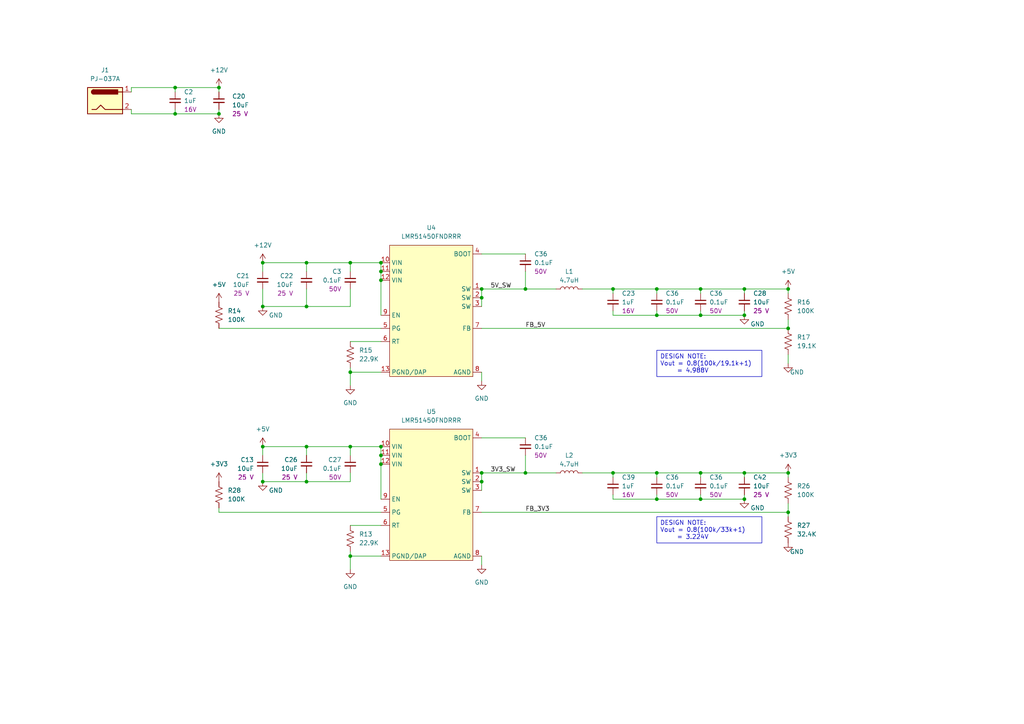
<source format=kicad_sch>
(kicad_sch (version 20230121) (generator eeschema)
  (paper "A4")
  (lib_symbols
    (symbol "Device:L" (pin_numbers hide) (pin_names (offset 1.016) hide)
      (property "Reference" "L" (at -1.27 0 90))
      (property "Value" "L" (at 1.905 0 90))
      (symbol "L_0_1"
        (arc (start 0 -2.54) (mid 0.6323 -1.905) (end 0 -1.27))
        (arc (start 0 -1.27) (mid 0.6323 -0.635) (end 0 0))
        (arc (start 0 0) (mid 0.6323 0.635) (end 0 1.27))
        (arc (start 0 1.27) (mid 0.6323 1.905) (end 0 2.54))
      )
      (symbol "L_1_1"
        (pin passive line (at 0 3.81 270) (length 1.27) (name "1") (number "1"))
        (pin passive line (at 0 -3.81 90) (length 1.27) (name "2") (number "2"))
      )
    )
    (symbol "Rockerrobotics:Capacitors/1276-1034-1-ND" (pin_numbers hide) (pin_names (offset 0.254) hide)
      (property "Reference" "C" (at 0.254 1.778 0))
      (property "Value" "${Capacitance}" (at 0.254 -2.032 0))
      (property "Voltage Rating" "16V" (at 0 0 0))
      (symbol "Capacitors/1276-1034-1-ND_0_1"
        (polyline (pts (xy -1.524 -0.508) (xy 1.524 -0.508)) (stroke (width 0.3302)))
        (polyline (pts (xy -1.524 0.508) (xy 1.524 0.508)) (stroke (width 0.3048)))
      )
      (symbol "Capacitors/1276-1034-1-ND_1_1"
        (pin passive line (at 0 2.54 270) (length 2.032) (name "~") (number "1"))
        (pin passive line (at 0 -2.54 90) (length 2.032) (name "~") (number "2"))
      )
    )
    (symbol "Rockerrobotics:Capacitors/1276-1935-1-ND" (pin_numbers hide) (pin_names (offset 0.254) hide)
      (property "Reference" "C" (at 0.254 1.778 0))
      (property "Value" "${Capacitance}" (at 0.254 -2.032 0))
      (property "Voltage Rating" "50V" (at 0 0 0))
      (symbol "Capacitors/1276-1935-1-ND_0_1"
        (polyline (pts (xy -1.524 -0.508) (xy 1.524 -0.508)) (stroke (width 0.3302)))
        (polyline (pts (xy -1.524 0.508) (xy 1.524 0.508)) (stroke (width 0.3048)))
      )
      (symbol "Capacitors/1276-1935-1-ND_1_1"
        (pin passive line (at 0 2.54 270) (length 2.032) (name "~") (number "1"))
        (pin passive line (at 0 -2.54 90) (length 2.032) (name "~") (number "2"))
      )
    )
    (symbol "Rockerrobotics:Capacitors/1276-3100-1-ND" (pin_numbers hide) (pin_names (offset 0.254) hide)
      (property "Reference" "C" (at 0.254 1.778 0))
      (property "Value" "${Capacitance}" (at 0.254 -2.032 0))
      (property "Voltage Rating" "25 V" (at 0 0 0))
      (symbol "Capacitors/1276-3100-1-ND_0_1"
        (polyline (pts (xy -1.524 -0.508) (xy 1.524 -0.508)) (stroke (width 0.3302)))
        (polyline (pts (xy -1.524 0.508) (xy 1.524 0.508)) (stroke (width 0.3048)))
      )
      (symbol "Capacitors/1276-3100-1-ND_1_1"
        (pin passive line (at 0 2.54 270) (length 2.032) (name "~") (number "1"))
        (pin passive line (at 0 -2.54 90) (length 2.032) (name "~") (number "2"))
      )
    )
    (symbol "Rockerrobotics:Connectors/CP-037A-ND" (pin_names (offset 1.016))
      (property "Reference" "J" (at 0 5.334 0))
      (property "Value" "${MPN}" (at 0 -5.08 0))
      (symbol "Connectors/CP-037A-ND_0_1"
        (rectangle (start -5.08 3.81) (end 5.08 -3.81) (stroke (width 0.254)) (fill (type background)))
        (arc (start -3.302 3.175) (mid -3.9343 2.54) (end -3.302 1.905) (stroke (width 0.254)))
        (arc (start -3.302 3.175) (mid -3.9343 2.54) (end -3.302 1.905) (stroke (width 0.254)) (fill (type outline)))
        (polyline (pts (xy 5.08 2.54) (xy 3.81 2.54)) (stroke (width 0.254)))
        (polyline (pts (xy -3.81 -2.54) (xy -2.54 -2.54) (xy -1.27 -1.27) (xy 0 -2.54) (xy 2.54 -2.54) (xy 5.08 -2.54)) (stroke (width 0.254)))
        (rectangle (start 3.683 3.175) (end -3.302 1.905) (stroke (width 0.254)) (fill (type outline)))
      )
      (symbol "Connectors/CP-037A-ND_1_1"
        (pin passive line (at 7.62 2.54 180) (length 2.54) (name "~") (number "1"))
        (pin passive line (at 7.62 -2.54 180) (length 2.54) (name "~") (number "2"))
      )
    )
    (symbol "Rockerrobotics:Integrated Circuits/296-LMR51450FNDRRRCT-ND"
      (property "Reference" "U" (at 0 0 0))
      (property "Value" "${MPN}" (at 0 0 0))
      (symbol "Integrated Circuits/296-LMR51450FNDRRRCT-ND_1_1"
        (rectangle (start -13.97 17.78) (end 10.16 -20.32) (fill (type background)))
        (pin output line (at 12.7 5.08 180) (length 2.54) (name "SW") (number "1"))
        (pin power_in line (at -16.51 12.7 0) (length 2.54) (name "VIN") (number "10"))
        (pin power_in line (at -16.51 10.16 0) (length 2.54) (name "VIN") (number "11"))
        (pin power_in line (at -16.51 7.62 0) (length 2.54) (name "VIN") (number "12"))
        (pin power_out line (at -16.51 -19.05 0) (length 2.54) (name "PGND/DAP") (number "13"))
        (pin output line (at 12.7 2.54 180) (length 2.54) (name "SW") (number "2"))
        (pin output line (at 12.7 0 180) (length 2.54) (name "SW") (number "3"))
        (pin input line (at 12.7 15.24 180) (length 2.54) (name "BOOT") (number "4"))
        (pin open_collector line (at -16.51 -6.35 0) (length 2.54) (name "PG") (number "5"))
        (pin input line (at -16.51 -10.16 0) (length 2.54) (name "RT") (number "6"))
        (pin input line (at 12.7 -6.35 180) (length 2.54) (name "FB") (number "7"))
        (pin power_out line (at 12.7 -19.05 180) (length 2.54) (name "AGND") (number "8"))
        (pin input line (at -16.51 -2.54 0) (length 2.54) (name "EN") (number "9"))
      )
    )
    (symbol "Rockerrobotics:Resistors/2019-RN73H2ATTD2292B25CT-ND" (pin_numbers hide) (pin_names (offset 0))
      (property "Reference" "R" (at 2.54 0 90))
      (property "Value" "${Resistance}" (at -2.54 0 90))
      (symbol "Resistors/2019-RN73H2ATTD2292B25CT-ND_0_1"
        (polyline (pts (xy 0 -2.286) (xy 0 -2.54)))
        (polyline (pts (xy 0 2.286) (xy 0 2.54)))
        (polyline (pts (xy 0 -0.762) (xy 1.016 -1.143) (xy 0 -1.524) (xy -1.016 -1.905) (xy 0 -2.286)))
        (polyline (pts (xy 0 0.762) (xy 1.016 0.381) (xy 0 0) (xy -1.016 -0.381) (xy 0 -0.762)))
        (polyline (pts (xy 0 2.286) (xy 1.016 1.905) (xy 0 1.524) (xy -1.016 1.143) (xy 0 0.762)))
      )
      (symbol "Resistors/2019-RN73H2ATTD2292B25CT-ND_1_1"
        (pin passive line (at 0 3.81 270) (length 1.27) (name "~") (number "1"))
        (pin passive line (at 0 -3.81 90) (length 1.27) (name "~") (number "2"))
      )
    )
    (symbol "Rockerrobotics:Resistors/311-19.1KCRCT-ND" (pin_numbers hide) (pin_names (offset 0))
      (property "Reference" "R" (at 2.54 0 90))
      (property "Value" "${Resistance}" (at -2.54 0 90))
      (symbol "Resistors/311-19.1KCRCT-ND_0_1"
        (polyline (pts (xy 0 -2.286) (xy 0 -2.54)))
        (polyline (pts (xy 0 2.286) (xy 0 2.54)))
        (polyline (pts (xy 0 -0.762) (xy 1.016 -1.143) (xy 0 -1.524) (xy -1.016 -1.905) (xy 0 -2.286)))
        (polyline (pts (xy 0 0.762) (xy 1.016 0.381) (xy 0 0) (xy -1.016 -0.381) (xy 0 -0.762)))
        (polyline (pts (xy 0 2.286) (xy 1.016 1.905) (xy 0 1.524) (xy -1.016 1.143) (xy 0 0.762)))
      )
      (symbol "Resistors/311-19.1KCRCT-ND_1_1"
        (pin passive line (at 0 3.81 270) (length 1.27) (name "~") (number "1"))
        (pin passive line (at 0 -3.81 90) (length 1.27) (name "~") (number "2"))
      )
    )
    (symbol "Rockerrobotics:Resistors/311-32.4KCRCT-ND" (pin_numbers hide) (pin_names (offset 0))
      (property "Reference" "R" (at 2.54 0 90))
      (property "Value" "${Resistance}" (at -2.54 0 90))
      (symbol "Resistors/311-32.4KCRCT-ND_0_1"
        (polyline (pts (xy 0 -2.286) (xy 0 -2.54)))
        (polyline (pts (xy 0 2.286) (xy 0 2.54)))
        (polyline (pts (xy 0 -0.762) (xy 1.016 -1.143) (xy 0 -1.524) (xy -1.016 -1.905) (xy 0 -2.286)))
        (polyline (pts (xy 0 0.762) (xy 1.016 0.381) (xy 0 0) (xy -1.016 -0.381) (xy 0 -0.762)))
        (polyline (pts (xy 0 2.286) (xy 1.016 1.905) (xy 0 1.524) (xy -1.016 1.143) (xy 0 0.762)))
      )
      (symbol "Resistors/311-32.4KCRCT-ND_1_1"
        (pin passive line (at 0 3.81 270) (length 1.27) (name "~") (number "1"))
        (pin passive line (at 0 -3.81 90) (length 1.27) (name "~") (number "2"))
      )
    )
    (symbol "Rockerrobotics:Resistors/RMCF0805FT100KCT-ND" (pin_numbers hide) (pin_names (offset 0))
      (property "Reference" "R" (at 2.54 0 90))
      (property "Value" "${Resistance}" (at -2.54 0 90))
      (symbol "Resistors/RMCF0805FT100KCT-ND_0_1"
        (polyline (pts (xy 0 -2.286) (xy 0 -2.54)))
        (polyline (pts (xy 0 2.286) (xy 0 2.54)))
        (polyline (pts (xy 0 -0.762) (xy 1.016 -1.143) (xy 0 -1.524) (xy -1.016 -1.905) (xy 0 -2.286)))
        (polyline (pts (xy 0 0.762) (xy 1.016 0.381) (xy 0 0) (xy -1.016 -0.381) (xy 0 -0.762)))
        (polyline (pts (xy 0 2.286) (xy 1.016 1.905) (xy 0 1.524) (xy -1.016 1.143) (xy 0 0.762)))
      )
      (symbol "Resistors/RMCF0805FT100KCT-ND_1_1"
        (pin passive line (at 0 3.81 270) (length 1.27) (name "~") (number "1"))
        (pin passive line (at 0 -3.81 90) (length 1.27) (name "~") (number "2"))
      )
    )
    (symbol "power:+12V" (power) (pin_names (offset 0))
      (property "Value" "+12V" (at 0 3.556 0))
      (symbol "+12V_0_1"
        (polyline (pts (xy -0.762 1.27) (xy 0 2.54)))
        (polyline (pts (xy 0 0) (xy 0 2.54)))
        (polyline (pts (xy 0 2.54) (xy 0.762 1.27)))
      )
      (symbol "+12V_1_1"
        (pin power_in line (at 0 0 90) (length 0) hide (name "+12V") (number "1"))
      )
    )
    (symbol "power:+3V3" (power) (pin_names (offset 0))
      (property "Value" "+3V3" (at 0 3.556 0))
      (symbol "+3V3_0_1"
        (polyline (pts (xy -0.762 1.27) (xy 0 2.54)))
        (polyline (pts (xy 0 0) (xy 0 2.54)))
        (polyline (pts (xy 0 2.54) (xy 0.762 1.27)))
      )
      (symbol "+3V3_1_1"
        (pin power_in line (at 0 0 90) (length 0) hide (name "+3V3") (number "1"))
      )
    )
    (symbol "power:+5V" (power) (pin_names (offset 0))
      (property "Value" "+5V" (at 0 3.556 0))
      (symbol "+5V_0_1"
        (polyline (pts (xy -0.762 1.27) (xy 0 2.54)))
        (polyline (pts (xy 0 0) (xy 0 2.54)))
        (polyline (pts (xy 0 2.54) (xy 0.762 1.27)))
      )
      (symbol "+5V_1_1"
        (pin power_in line (at 0 0 90) (length 0) hide (name "+5V") (number "1"))
      )
    )
    (symbol "power:GND" (power) (pin_names (offset 0))
      (property "Value" "GND" (at 0 -3.81 0))
      (symbol "GND_0_1"
        (polyline (pts (xy 0 0) (xy 0 -1.27) (xy 1.27 -1.27) (xy 0 -2.54) (xy -1.27 -1.27) (xy 0 -1.27)))
      )
      (symbol "GND_1_1"
        (pin power_in line (at 0 0 270) (length 0) hide (name "GND") (number "1"))
      )
    )
  )
  (junction (at 228.6 95.25))
  (junction (at 88.9 88.9))
  (junction (at 139.7 137.16))
  (junction (at 63.5 33.02))
  (junction (at 110.49 129.54))
  (junction (at 50.8 33.02))
  (junction (at 215.9 91.44))
  (junction (at 76.2 76.2))
  (junction (at 203.2 83.82))
  (junction (at 110.49 134.62))
  (junction (at 215.9 144.78))
  (junction (at 190.5 83.82))
  (junction (at 152.4 83.82))
  (junction (at 110.49 76.2))
  (junction (at 139.7 139.7))
  (junction (at 88.9 76.2))
  (junction (at 228.6 137.16))
  (junction (at 110.49 78.74))
  (junction (at 177.8 83.82))
  (junction (at 139.7 86.36))
  (junction (at 101.6 107.95))
  (junction (at 88.9 139.7))
  (junction (at 110.49 81.28))
  (junction (at 228.6 83.82))
  (junction (at 190.5 144.78))
  (junction (at 76.2 139.7))
  (junction (at 76.2 129.54))
  (junction (at 215.9 137.16))
  (junction (at 203.2 91.44))
  (junction (at 50.8 25.4))
  (junction (at 110.49 132.08))
  (junction (at 190.5 91.44))
  (junction (at 152.4 137.16))
  (junction (at 215.9 83.82))
  (junction (at 139.7 83.82))
  (junction (at 203.2 144.78))
  (junction (at 76.2 88.9))
  (junction (at 88.9 129.54))
  (junction (at 177.8 137.16))
  (junction (at 228.6 148.59))
  (junction (at 63.5 25.4))
  (junction (at 101.6 129.54))
  (junction (at 101.6 76.2))
  (junction (at 101.6 161.29))
  (junction (at 190.5 137.16))
  (junction (at 203.2 137.16))
  (wire (pts (xy 177.8 91.44) (xy 190.5 91.44)))
  (wire (pts (xy 139.7 95.25) (xy 228.6 95.25)))
  (wire (pts (xy 101.6 76.2) (xy 110.49 76.2)))
  (wire (pts (xy 139.7 127) (xy 152.4 127)))
  (wire (pts (xy 101.6 161.29) (xy 101.6 165.1)))
  (wire (pts (xy 215.9 83.82) (xy 228.6 83.82)))
  (wire (pts (xy 88.9 129.54) (xy 88.9 132.08)))
  (wire (pts (xy 177.8 144.78) (xy 177.8 143.51)))
  (wire (pts (xy 101.6 88.9) (xy 88.9 88.9)))
  (wire (pts (xy 38.1 33.02) (xy 50.8 33.02)))
  (wire (pts (xy 228.6 148.59) (xy 228.6 149.86)))
  (wire (pts (xy 152.4 83.82) (xy 161.29 83.82)))
  (wire (pts (xy 190.5 137.16) (xy 203.2 137.16)))
  (wire (pts (xy 101.6 106.68) (xy 101.6 107.95)))
  (wire (pts (xy 203.2 137.16) (xy 215.9 137.16)))
  (wire (pts (xy 76.2 129.54) (xy 76.2 132.08)))
  (wire (pts (xy 168.91 137.16) (xy 177.8 137.16)))
  (wire (pts (xy 203.2 91.44) (xy 215.9 91.44)))
  (wire (pts (xy 101.6 139.7) (xy 88.9 139.7)))
  (wire (pts (xy 152.4 137.16) (xy 161.29 137.16)))
  (wire (pts (xy 215.9 91.44) (xy 215.9 90.17)))
  (wire (pts (xy 50.8 33.02) (xy 63.5 33.02)))
  (wire (pts (xy 110.49 144.78) (xy 110.49 134.62)))
  (wire (pts (xy 101.6 83.82) (xy 101.6 88.9)))
  (wire (pts (xy 139.7 161.29) (xy 139.7 163.83)))
  (wire (pts (xy 110.49 78.74) (xy 110.49 76.2)))
  (wire (pts (xy 203.2 91.44) (xy 203.2 90.17)))
  (wire (pts (xy 177.8 85.09) (xy 177.8 83.82)))
  (wire (pts (xy 63.5 25.4) (xy 63.5 26.67)))
  (wire (pts (xy 76.2 78.74) (xy 76.2 76.2)))
  (wire (pts (xy 50.8 25.4) (xy 63.5 25.4)))
  (wire (pts (xy 139.7 137.16) (xy 139.7 139.7)))
  (wire (pts (xy 139.7 107.95) (xy 139.7 110.49)))
  (wire (pts (xy 110.49 91.44) (xy 110.49 81.28)))
  (wire (pts (xy 190.5 138.43) (xy 190.5 137.16)))
  (wire (pts (xy 190.5 83.82) (xy 203.2 83.82)))
  (wire (pts (xy 228.6 146.05) (xy 228.6 148.59)))
  (wire (pts (xy 110.49 134.62) (xy 110.49 132.08)))
  (wire (pts (xy 50.8 33.02) (xy 50.8 31.75)))
  (wire (pts (xy 139.7 83.82) (xy 139.7 86.36)))
  (wire (pts (xy 215.9 144.78) (xy 215.9 143.51)))
  (wire (pts (xy 88.9 137.16) (xy 88.9 139.7)))
  (wire (pts (xy 88.9 129.54) (xy 101.6 129.54)))
  (wire (pts (xy 177.8 83.82) (xy 190.5 83.82)))
  (wire (pts (xy 215.9 138.43) (xy 215.9 137.16)))
  (wire (pts (xy 177.8 137.16) (xy 190.5 137.16)))
  (wire (pts (xy 38.1 33.02) (xy 38.1 31.75)))
  (wire (pts (xy 190.5 144.78) (xy 203.2 144.78)))
  (wire (pts (xy 228.6 102.87) (xy 228.6 105.41)))
  (wire (pts (xy 76.2 76.2) (xy 88.9 76.2)))
  (wire (pts (xy 38.1 25.4) (xy 50.8 25.4)))
  (wire (pts (xy 190.5 85.09) (xy 190.5 83.82)))
  (wire (pts (xy 101.6 76.2) (xy 101.6 78.74)))
  (wire (pts (xy 190.5 144.78) (xy 190.5 143.51)))
  (wire (pts (xy 76.2 83.82) (xy 76.2 88.9)))
  (wire (pts (xy 215.9 85.09) (xy 215.9 83.82)))
  (wire (pts (xy 63.5 33.02) (xy 63.5 31.75)))
  (wire (pts (xy 110.49 132.08) (xy 110.49 129.54)))
  (wire (pts (xy 110.49 161.29) (xy 101.6 161.29)))
  (wire (pts (xy 88.9 83.82) (xy 88.9 88.9)))
  (wire (pts (xy 76.2 129.54) (xy 88.9 129.54)))
  (wire (pts (xy 101.6 152.4) (xy 110.49 152.4)))
  (wire (pts (xy 203.2 144.78) (xy 215.9 144.78)))
  (wire (pts (xy 101.6 107.95) (xy 101.6 111.76)))
  (wire (pts (xy 190.5 91.44) (xy 190.5 90.17)))
  (wire (pts (xy 101.6 129.54) (xy 110.49 129.54)))
  (wire (pts (xy 168.91 83.82) (xy 177.8 83.82)))
  (wire (pts (xy 228.6 92.71) (xy 228.6 95.25)))
  (wire (pts (xy 88.9 76.2) (xy 101.6 76.2)))
  (wire (pts (xy 228.6 83.82) (xy 228.6 85.09)))
  (wire (pts (xy 139.7 137.16) (xy 152.4 137.16)))
  (wire (pts (xy 228.6 137.16) (xy 228.6 138.43)))
  (wire (pts (xy 203.2 83.82) (xy 215.9 83.82)))
  (wire (pts (xy 152.4 78.74) (xy 152.4 83.82)))
  (wire (pts (xy 110.49 95.25) (xy 63.5 95.25)))
  (wire (pts (xy 88.9 88.9) (xy 76.2 88.9)))
  (wire (pts (xy 101.6 160.02) (xy 101.6 161.29)))
  (wire (pts (xy 203.2 138.43) (xy 203.2 137.16)))
  (wire (pts (xy 101.6 129.54) (xy 101.6 132.08)))
  (wire (pts (xy 152.4 132.08) (xy 152.4 137.16)))
  (wire (pts (xy 76.2 137.16) (xy 76.2 139.7)))
  (wire (pts (xy 38.1 25.4) (xy 38.1 26.67)))
  (wire (pts (xy 110.49 107.95) (xy 101.6 107.95)))
  (wire (pts (xy 177.8 91.44) (xy 177.8 90.17)))
  (wire (pts (xy 215.9 137.16) (xy 228.6 137.16)))
  (wire (pts (xy 203.2 144.78) (xy 203.2 143.51)))
  (wire (pts (xy 101.6 137.16) (xy 101.6 139.7)))
  (wire (pts (xy 76.2 139.7) (xy 88.9 139.7)))
  (wire (pts (xy 203.2 85.09) (xy 203.2 83.82)))
  (wire (pts (xy 139.7 139.7) (xy 139.7 142.24)))
  (wire (pts (xy 139.7 148.59) (xy 228.6 148.59)))
  (wire (pts (xy 190.5 91.44) (xy 203.2 91.44)))
  (wire (pts (xy 110.49 148.59) (xy 63.5 148.59)))
  (wire (pts (xy 139.7 83.82) (xy 152.4 83.82)))
  (wire (pts (xy 110.49 81.28) (xy 110.49 78.74)))
  (wire (pts (xy 139.7 73.66) (xy 152.4 73.66)))
  (wire (pts (xy 139.7 86.36) (xy 139.7 88.9)))
  (wire (pts (xy 88.9 76.2) (xy 88.9 78.74)))
  (wire (pts (xy 50.8 25.4) (xy 50.8 26.67)))
  (wire (pts (xy 101.6 99.06) (xy 110.49 99.06)))
  (wire (pts (xy 177.8 138.43) (xy 177.8 137.16)))
  (wire (pts (xy 63.5 148.59) (xy 63.5 147.32)))
  (wire (pts (xy 177.8 144.78) (xy 190.5 144.78)))
  (text_box "DESIGN NOTE:\nVout = 0.8(100k/33k+1)\n     = 3.224V" (at 190.5 149.86 0) (size 30.48 7.62) (effects (font (size 1.27 1.27)) (justify left top)))
  (text_box "DESIGN NOTE:\nVout = 0.8(100k/19.1k+1)\n     = 4.988V" (at 190.5 101.6 0) (size 30.48 7.62) (effects (font (size 1.27 1.27)) (justify left top)))
  (label "FB_5V" (at 152.4 95.25 0))
  (label "5V_SW" (at 142.24 83.82 0))
  (label "3V3_SW" (at 142.24 137.16 0))
  (label "FB_3V3" (at 152.4 148.59 0))
  (symbol (lib_id "Rockerrobotics:Capacitors/1276-1034-1-ND") (at 177.8 140.97 0) (unit 1)
    (property "Reference" "C39" (at 180.34 138.4363 0) (effects (justify left)))
    (property "Value" "${Capacitance}" (at 180.34 140.9763 0) (effects (justify left)))
    (property "Footprint" "Capacitor_SMD:C_0603_1608Metric_Pad1.08x0.95mm_HandSolder" (effects hide))
    (property "Datasheet" "https://media.digikey.com/pdf/Data%20Sheets/Samsung%20PDFs/CL10A105KO8NNNC_Spec.pdf" (effects hide))
    (property "Manufacturer" "Samsung Electro-Mechanics" (effects hide))
    (property "MPN" "CL10A105KO8NNNC" (effects hide))
    (property "Dielectric" "X5R" (effects hide))
    (property "Voltage Rating" "16V" (at 180.34 143.5163 0) (effects (justify left)))
    (property "Capacitance" "1uF" (effects hide))
    (property "Tolerance" "10" (effects hide))
  )
  (symbol (lib_id "Rockerrobotics:Capacitors/1276-1935-1-ND") (at 101.6 81.28 0) (mirror y) (unit 1)
    (property "Reference" "C3" (at 99.06 78.7463 0) (effects (justify left)))
    (property "Value" "${Capacitance}" (at 99.06 81.2863 0) (effects (justify left)))
    (property "Footprint" "Capacitor_SMD:C_0603_1608Metric_Pad1.08x0.95mm_HandSolder" (effects hide))
    (property "Datasheet" "https://media.digikey.com/pdf/Data%20Sheets/Samsung%20PDFs/CL10B104KB8NNWC_Spec.pdf" (effects hide))
    (property "Manufacturer" "Samsung Electro-Mechanics" (effects hide))
    (property "MPN" "CL10B104KB8NNWC" (effects hide))
    (property "Dielectric" "X7R" (effects hide))
    (property "Voltage Rating" "50V" (at 99.06 83.8263 0) (effects (justify left)))
    (property "Capacitance" "0.1uF" (effects hide))
  )
  (symbol (lib_id "Rockerrobotics:Capacitors/1276-3100-1-ND") (at 76.2 134.62 0) (mirror y) (unit 1)
    (property "Reference" "C13" (at 73.66 133.35 0) (effects (justify left)))
    (property "Value" "${Capacitance}" (at 73.66 135.89 0) (effects (justify left)))
    (property "Footprint" "Capacitor_SMD:C_1206_3216Metric_Pad1.33x1.80mm_HandSolder" (effects hide))
    (property "Datasheet" "https://media.digikey.com/pdf/Data%20Sheets/Samsung%20PDFs/CL31B106KAHNFNE_Spec.pdf" (effects hide))
    (property "Manufacturer" "Samsung Electro-Mechanics" (effects hide))
    (property "MPN" "CL31B106KAHNFNE" (effects hide))
    (property "Dielectric" "X7R" (effects hide))
    (property "Voltage Rating" "25 V" (at 73.66 138.43 0) (effects (justify left)))
    (property "Capacitance" "10uF" (effects hide))
  )
  (symbol (lib_id "Rockerrobotics:Capacitors/1276-3100-1-ND") (at 88.9 134.62 0) (mirror y) (unit 1)
    (property "Reference" "C26" (at 86.36 133.35 0) (effects (justify left)))
    (property "Value" "${Capacitance}" (at 86.36 135.89 0) (effects (justify left)))
    (property "Footprint" "Capacitor_SMD:C_1206_3216Metric_Pad1.33x1.80mm_HandSolder" (effects hide))
    (property "Datasheet" "https://media.digikey.com/pdf/Data%20Sheets/Samsung%20PDFs/CL31B106KAHNFNE_Spec.pdf" (effects hide))
    (property "Manufacturer" "Samsung Electro-Mechanics" (effects hide))
    (property "MPN" "CL31B106KAHNFNE" (effects hide))
    (property "Dielectric" "X7R" (effects hide))
    (property "Voltage Rating" "25 V" (at 86.36 138.43 0) (effects (justify left)))
    (property "Capacitance" "10uF" (effects hide))
  )
  (symbol (lib_id "Rockerrobotics:Connectors/CP-037A-ND") (at 30.48 29.21 0) (unit 1)
    (property "Reference" "J1" (at 30.48 20.32 0))
    (property "Value" "${MPN}" (at 30.48 22.86 0))
    (property "Footprint" "Connector_PinHeader_2.54mm:PinHeader_1x02_P2.54mm_Vertical" (effects hide))
    (property "Datasheet" "https://www.cuidevices.com/product/resource/pj-037a.pdf" (effects hide))
    (property "Manufacturer" "CUI Devices" (effects hide))
    (property "MPN" "PJ-037A" (effects hide))
    (property "Connections" "2" (effects hide))
    (property "Max Current" "2.5A" (effects hide))
    (property "Max Voltage" "24 V" (effects hide))
    (property "Pitch" "-" (effects hide))
  )
  (symbol (lib_id "Device:L") (at 165.1 137.16 90) (unit 1)
    (property "Reference" "L2" (at 165.1 132.08 90))
    (property "Value" "4.7uH" (at 165.1 134.62 90))
    (property "Footprint" "Inductor_SMD:L_Abracon_ASPI-0630LR" (effects hide))
  )
  (symbol (lib_id "Rockerrobotics:Resistors/2019-RN73H2ATTD2292B25CT-ND") (at 101.6 156.21 0) (unit 1)
    (property "Reference" "R13" (at 104.14 154.94 0) (effects (justify left)))
    (property "Value" "${Resistance}" (at 104.14 157.48 0) (effects (justify left)))
    (property "Footprint" "Resistor_SMD:R_0805_2012Metric_Pad1.20x1.40mm_HandSolder" (effects hide))
    (property "Datasheet" "https://www.koaspeer.com/pdfs/RN73H.pdf" (effects hide))
    (property "Manufacturer" "KOA Speer Electronics, Inc." (effects hide))
    (property "MPN" "RN73H2ATTD2292B25" (effects hide))
    (property "Resistance" "22.9K" (effects hide))
    (property "Tolerance" "1%" (effects hide))
    (property "Power Rating" "1/8W" (effects hide))
  )
  (symbol (lib_id "power:+5V") (at 228.6 83.82 0) (unit 1)
    (property "Reference" "#PWR036" (effects hide))
    (property "Value" "+5V" (at 228.6 78.74 0))
  )
  (symbol (lib_id "power:+3V3") (at 63.5 139.7 0) (unit 1)
    (property "Reference" "#PWR014" (effects hide))
    (property "Value" "+3V3" (at 63.5 134.5692 0))
    (instances (project "KiVM" (path "" (reference "#PWR014") (unit 1)) (path "" (reference "#PWR056") (unit 1))))
  )
  (symbol (lib_id "Rockerrobotics:Resistors/RMCF0805FT100KCT-ND") (at 228.6 142.24 0) (unit 1)
    (property "Reference" "R26" (at 231.14 140.97 0) (effects (justify left)))
    (property "Value" "${Resistance}" (at 231.14 143.51 0) (effects (justify left)))
    (property "Footprint" "Resistor_SMD:R_0805_2012Metric_Pad1.20x1.40mm_HandSolder" (effects hide))
    (property "Datasheet" "https://www.seielect.com/Catalog/SEI-RMCF_RMCP.pdf" (effects hide))
    (property "Manufacturer" "Stackpole Electronics Inc" (effects hide))
    (property "MPN" "RMCF0805FT100K" (effects hide))
    (property "Resistance" "100K" (effects hide))
    (property "Tolerance" "1%" (effects hide))
    (property "Power Rating" "1/8W" (effects hide))
  )
  (symbol (lib_id "power:+12V") (at 63.5 25.4 0) (unit 1)
    (property "Reference" "#PWR030" (effects hide))
    (property "Value" "+12V" (at 63.5 20.32 0))
  )
  (symbol (lib_id "Rockerrobotics:Resistors/RMCF0805FT100KCT-ND") (at 228.6 88.9 0) (unit 1)
    (property "Reference" "R16" (at 231.14 87.63 0) (effects (justify left)))
    (property "Value" "${Resistance}" (at 231.14 90.17 0) (effects (justify left)))
    (property "Footprint" "Resistor_SMD:R_0805_2012Metric_Pad1.20x1.40mm_HandSolder" (effects hide))
    (property "Datasheet" "https://www.seielect.com/Catalog/SEI-RMCF_RMCP.pdf" (effects hide))
    (property "Manufacturer" "Stackpole Electronics Inc" (effects hide))
    (property "MPN" "RMCF0805FT100K" (effects hide))
    (property "Resistance" "100K" (effects hide))
    (property "Tolerance" "1%" (effects hide))
    (property "Power Rating" "1/8W" (effects hide))
  )
  (symbol (lib_id "power:GND") (at 76.2 88.9 0) (unit 1)
    (property "Reference" "#PWR033" (effects hide))
    (property "Value" "GND" (at 80.01 91.44 0))
  )
  (symbol (lib_id "Rockerrobotics:Capacitors/1276-1034-1-ND") (at 50.8 29.21 0) (unit 1)
    (property "Reference" "C2" (at 53.34 26.6763 0) (effects (justify left)))
    (property "Value" "${Capacitance}" (at 53.34 29.2163 0) (effects (justify left)))
    (property "Footprint" "Capacitor_SMD:C_0603_1608Metric_Pad1.08x0.95mm_HandSolder" (effects hide))
    (property "Datasheet" "https://media.digikey.com/pdf/Data%20Sheets/Samsung%20PDFs/CL10A105KO8NNNC_Spec.pdf" (effects hide))
    (property "Manufacturer" "Samsung Electro-Mechanics" (effects hide))
    (property "MPN" "CL10A105KO8NNNC" (effects hide))
    (property "Dielectric" "X5R" (effects hide))
    (property "Voltage Rating" "16V" (at 53.34 31.7563 0) (effects (justify left)))
    (property "Capacitance" "1uF" (effects hide))
    (property "Tolerance" "10" (effects hide))
  )
  (symbol (lib_id "power:GND") (at 76.2 139.7 0) (unit 1)
    (property "Reference" "#PWR050" (effects hide))
    (property "Value" "GND" (at 80.01 142.24 0))
  )
  (symbol (lib_id "Rockerrobotics:Capacitors/1276-3100-1-ND") (at 215.9 140.97 0) (unit 1)
    (property "Reference" "C42" (at 218.44 138.43 0) (effects (justify left)))
    (property "Value" "${Capacitance}" (at 218.44 140.97 0) (effects (justify left)))
    (property "Footprint" "Capacitor_SMD:C_1206_3216Metric_Pad1.33x1.80mm_HandSolder" (effects hide))
    (property "Datasheet" "https://media.digikey.com/pdf/Data%20Sheets/Samsung%20PDFs/CL31B106KAHNFNE_Spec.pdf" (effects hide))
    (property "Manufacturer" "Samsung Electro-Mechanics" (effects hide))
    (property "MPN" "CL31B106KAHNFNE" (effects hide))
    (property "Dielectric" "X7R" (effects hide))
    (property "Voltage Rating" "25 V" (at 218.44 143.51 0) (effects (justify left)))
    (property "Capacitance" "10uF" (effects hide))
  )
  (symbol (lib_id "Rockerrobotics:Resistors/RMCF0805FT100KCT-ND") (at 63.5 91.44 0) (unit 1)
    (property "Reference" "R14" (at 66.04 90.17 0) (effects (justify left)))
    (property "Value" "${Resistance}" (at 66.04 92.71 0) (effects (justify left)))
    (property "Footprint" "Resistor_SMD:R_0805_2012Metric_Pad1.20x1.40mm_HandSolder" (effects hide))
    (property "Datasheet" "https://www.seielect.com/Catalog/SEI-RMCF_RMCP.pdf" (effects hide))
    (property "Manufacturer" "Stackpole Electronics Inc" (effects hide))
    (property "MPN" "RMCF0805FT100K" (effects hide))
    (property "Resistance" "100K" (effects hide))
    (property "Tolerance" "1%" (effects hide))
    (property "Power Rating" "1/8W" (effects hide))
  )
  (symbol (lib_id "Rockerrobotics:Resistors/RMCF0805FT100KCT-ND") (at 63.5 143.51 0) (unit 1)
    (property "Reference" "R28" (at 66.04 142.24 0) (effects (justify left)))
    (property "Value" "${Resistance}" (at 66.04 144.78 0) (effects (justify left)))
    (property "Footprint" "Resistor_SMD:R_0805_2012Metric_Pad1.20x1.40mm_HandSolder" (effects hide))
    (property "Datasheet" "https://www.seielect.com/Catalog/SEI-RMCF_RMCP.pdf" (effects hide))
    (property "Manufacturer" "Stackpole Electronics Inc" (effects hide))
    (property "MPN" "RMCF0805FT100K" (effects hide))
    (property "Resistance" "100K" (effects hide))
    (property "Tolerance" "1%" (effects hide))
    (property "Power Rating" "1/8W" (effects hide))
  )
  (symbol (lib_id "Rockerrobotics:Integrated Circuits/296-LMR51450FNDRRRCT-ND") (at 127 142.24 0) (unit 1)
    (property "Reference" "U5" (at 125.095 119.38 0))
    (property "Value" "${MPN}" (at 125.095 121.92 0))
    (property "Footprint" "Rockerrobotics:TI_DFN12_P0.5" (effects hide))
    (property "Datasheet" "https://www.ti.com/lit/ds/symlink/lmr51440.pdf" (effects hide))
    (property "Manufacturer" "Texas Instruments" (effects hide))
    (property "MPN" "LMR51450FNDRRR" (effects hide))
  )
  (symbol (lib_id "power:+5V") (at 63.5 87.63 0) (unit 1)
    (property "Reference" "#PWR029" (effects hide))
    (property "Value" "+5V" (at 63.5 82.55 0))
  )
  (symbol (lib_id "Rockerrobotics:Capacitors/1276-3100-1-ND") (at 88.9 81.28 0) (mirror y) (unit 1)
    (property "Reference" "C22" (at 85.09 80.01 0) (effects (justify left)))
    (property "Value" "${Capacitance}" (at 85.09 82.55 0) (effects (justify left)))
    (property "Footprint" "Capacitor_SMD:C_1206_3216Metric_Pad1.33x1.80mm_HandSolder" (effects hide))
    (property "Datasheet" "https://media.digikey.com/pdf/Data%20Sheets/Samsung%20PDFs/CL31B106KAHNFNE_Spec.pdf" (effects hide))
    (property "Manufacturer" "Samsung Electro-Mechanics" (effects hide))
    (property "MPN" "CL31B106KAHNFNE" (effects hide))
    (property "Dielectric" "X7R" (effects hide))
    (property "Voltage Rating" "25 V" (at 85.09 85.09 0) (effects (justify left)))
    (property "Capacitance" "10uF" (effects hide))
  )
  (symbol (lib_id "Rockerrobotics:Resistors/311-32.4KCRCT-ND") (at 228.6 153.67 0) (unit 1)
    (property "Reference" "R27" (at 231.14 152.4 0) (effects (justify left)))
    (property "Value" "${Resistance}" (at 231.14 154.94 0) (effects (justify left)))
    (property "Footprint" "Resistor_SMD:R_0805_2012Metric_Pad1.20x1.40mm_HandSolder" (effects hide))
    (property "Datasheet" "https://www.yageo.com/upload/media/product/productsearch/datasheet/rchip/PYu-RC_Group_51_RoHS_L_12.pdf" (effects hide))
    (property "Manufacturer" "YAGEO" (effects hide))
    (property "MPN" "RC0805FR-0732K4L" (effects hide))
    (property "Resistance" "32.4K" (effects hide))
    (property "Tolerance" "1%" (effects hide))
    (property "Power Rating" "1/8W" (effects hide))
  )
  (symbol (lib_id "power:GND") (at 101.6 165.1 0) (unit 1)
    (property "Reference" "#PWR051" (effects hide))
    (property "Value" "GND" (at 101.6 170.18 0))
  )
  (symbol (lib_id "Rockerrobotics:Capacitors/1276-3100-1-ND") (at 76.2 81.28 0) (mirror y) (unit 1)
    (property "Reference" "C21" (at 72.39 80.01 0) (effects (justify left)))
    (property "Value" "${Capacitance}" (at 72.39 82.55 0) (effects (justify left)))
    (property "Footprint" "Capacitor_SMD:C_1206_3216Metric_Pad1.33x1.80mm_HandSolder" (effects hide))
    (property "Datasheet" "https://media.digikey.com/pdf/Data%20Sheets/Samsung%20PDFs/CL31B106KAHNFNE_Spec.pdf" (effects hide))
    (property "Manufacturer" "Samsung Electro-Mechanics" (effects hide))
    (property "MPN" "CL31B106KAHNFNE" (effects hide))
    (property "Dielectric" "X7R" (effects hide))
    (property "Voltage Rating" "25 V" (at 72.39 85.09 0) (effects (justify left)))
    (property "Capacitance" "10uF" (effects hide))
  )
  (symbol (lib_id "Device:L") (at 165.1 83.82 90) (unit 1)
    (property "Reference" "L1" (at 165.1 78.74 90))
    (property "Value" "4.7uH" (at 165.1 81.28 90))
    (property "Footprint" "Inductor_SMD:L_Abracon_ASPI-0630LR" (effects hide))
  )
  (symbol (lib_id "power:+3V3") (at 228.6 137.16 0) (unit 1)
    (property "Reference" "#PWR014" (effects hide))
    (property "Value" "+3V3" (at 228.6 132.0292 0))
    (instances (project "KiVM" (path "" (reference "#PWR014") (unit 1)) (path "" (reference "#PWR054") (unit 1))))
  )
  (symbol (lib_id "power:GND") (at 139.7 110.49 0) (unit 1)
    (property "Reference" "#PWR035" (effects hide))
    (property "Value" "GND" (at 139.7 115.57 0))
  )
  (symbol (lib_id "Rockerrobotics:Resistors/2019-RN73H2ATTD2292B25CT-ND") (at 101.6 102.87 0) (unit 1)
    (property "Reference" "R15" (at 104.14 101.6 0) (effects (justify left)))
    (property "Value" "${Resistance}" (at 104.14 104.14 0) (effects (justify left)))
    (property "Footprint" "Resistor_SMD:R_0805_2012Metric_Pad1.20x1.40mm_HandSolder" (effects hide))
    (property "Datasheet" "https://www.koaspeer.com/pdfs/RN73H.pdf" (effects hide))
    (property "Manufacturer" "KOA Speer Electronics, Inc." (effects hide))
    (property "MPN" "RN73H2ATTD2292B25" (effects hide))
    (property "Resistance" "22.9K" (effects hide))
    (property "Tolerance" "1%" (effects hide))
    (property "Power Rating" "1/8W" (effects hide))
  )
  (symbol (lib_id "power:+12V") (at 76.2 76.2 0) (unit 1)
    (property "Reference" "#PWR032" (effects hide))
    (property "Value" "+12V" (at 76.2 71.12 0))
  )
  (symbol (lib_id "Rockerrobotics:Capacitors/1276-1935-1-ND") (at 101.6 134.62 0) (mirror y) (unit 1)
    (property "Reference" "C27" (at 99.06 133.35 0) (effects (justify left)))
    (property "Value" "${Capacitance}" (at 99.06 135.89 0) (effects (justify left)))
    (property "Footprint" "Capacitor_SMD:C_0603_1608Metric_Pad1.08x0.95mm_HandSolder" (effects hide))
    (property "Datasheet" "https://media.digikey.com/pdf/Data%20Sheets/Samsung%20PDFs/CL10B104KB8NNWC_Spec.pdf" (effects hide))
    (property "Manufacturer" "Samsung Electro-Mechanics" (effects hide))
    (property "MPN" "CL10B104KB8NNWC" (effects hide))
    (property "Dielectric" "X7R" (effects hide))
    (property "Voltage Rating" "50V" (at 99.06 138.43 0) (effects (justify left)))
    (property "Capacitance" "0.1uF" (effects hide))
  )
  (symbol (lib_id "Rockerrobotics:Capacitors/1276-1935-1-ND") (at 190.5 87.63 0) (unit 1)
    (property "Reference" "C36" (at 193.04 85.0963 0) (effects (justify left)))
    (property "Value" "${Capacitance}" (at 193.04 87.6363 0) (effects (justify left)))
    (property "Footprint" "Capacitor_SMD:C_0603_1608Metric_Pad1.08x0.95mm_HandSolder" (effects hide))
    (property "Datasheet" "https://media.digikey.com/pdf/Data%20Sheets/Samsung%20PDFs/CL10B104KB8NNWC_Spec.pdf" (effects hide))
    (property "Manufacturer" "Samsung Electro-Mechanics" (effects hide))
    (property "MPN" "CL10B104KB8NNWC" (effects hide))
    (property "Dielectric" "X7R" (effects hide))
    (property "Voltage Rating" "50V" (at 193.04 90.1763 0) (effects (justify left)))
    (property "Capacitance" "0.1uF" (effects hide))
    (instances (project "KiVM" (path "" (reference "C36") (unit 1)) (path "" (reference "C4") (unit 1))))
  )
  (symbol (lib_id "Rockerrobotics:Capacitors/1276-1935-1-ND") (at 190.5 140.97 0) (unit 1)
    (property "Reference" "C36" (at 193.04 138.4363 0) (effects (justify left)))
    (property "Value" "${Capacitance}" (at 193.04 140.9763 0) (effects (justify left)))
    (property "Footprint" "Capacitor_SMD:C_0603_1608Metric_Pad1.08x0.95mm_HandSolder" (effects hide))
    (property "Datasheet" "https://media.digikey.com/pdf/Data%20Sheets/Samsung%20PDFs/CL10B104KB8NNWC_Spec.pdf" (effects hide))
    (property "Manufacturer" "Samsung Electro-Mechanics" (effects hide))
    (property "MPN" "CL10B104KB8NNWC" (effects hide))
    (property "Dielectric" "X7R" (effects hide))
    (property "Voltage Rating" "50V" (at 193.04 143.5163 0) (effects (justify left)))
    (property "Capacitance" "0.1uF" (effects hide))
    (instances (project "KiVM" (path "" (reference "C36") (unit 1)) (path "" (reference "C40") (unit 1))))
  )
  (symbol (lib_id "power:GND") (at 139.7 163.83 0) (unit 1)
    (property "Reference" "#PWR052" (effects hide))
    (property "Value" "GND" (at 139.7 168.91 0))
  )
  (symbol (lib_id "power:GND") (at 63.5 33.02 0) (unit 1)
    (property "Reference" "#PWR031" (effects hide))
    (property "Value" "GND" (at 63.5 38.1 0))
  )
  (symbol (lib_id "Rockerrobotics:Capacitors/1276-1935-1-ND") (at 203.2 140.97 0) (unit 1)
    (property "Reference" "C36" (at 205.74 138.4363 0) (effects (justify left)))
    (property "Value" "${Capacitance}" (at 205.74 140.9763 0) (effects (justify left)))
    (property "Footprint" "Capacitor_SMD:C_0603_1608Metric_Pad1.08x0.95mm_HandSolder" (effects hide))
    (property "Datasheet" "https://media.digikey.com/pdf/Data%20Sheets/Samsung%20PDFs/CL10B104KB8NNWC_Spec.pdf" (effects hide))
    (property "Manufacturer" "Samsung Electro-Mechanics" (effects hide))
    (property "MPN" "CL10B104KB8NNWC" (effects hide))
    (property "Dielectric" "X7R" (effects hide))
    (property "Voltage Rating" "50V" (at 205.74 143.5163 0) (effects (justify left)))
    (property "Capacitance" "0.1uF" (effects hide))
    (instances (project "KiVM" (path "" (reference "C36") (unit 1)) (path "" (reference "C41") (unit 1))))
  )
  (symbol (lib_id "power:GND") (at 228.6 157.48 0) (unit 1)
    (property "Reference" "#PWR055" (effects hide))
    (property "Value" "GND" (at 231.14 160.02 0))
  )
  (symbol (lib_id "Rockerrobotics:Capacitors/1276-3100-1-ND") (at 215.9 87.63 0) (unit 1)
    (property "Reference" "C28" (at 218.44 85.09 0) (effects (justify left)))
    (property "Value" "${Capacitance}" (at 218.44 87.63 0) (effects (justify left)))
    (property "Footprint" "Capacitor_SMD:C_1206_3216Metric_Pad1.33x1.80mm_HandSolder" (effects hide))
    (property "Datasheet" "https://media.digikey.com/pdf/Data%20Sheets/Samsung%20PDFs/CL31B106KAHNFNE_Spec.pdf" (effects hide))
    (property "Manufacturer" "Samsung Electro-Mechanics" (effects hide))
    (property "MPN" "CL31B106KAHNFNE" (effects hide))
    (property "Dielectric" "X7R" (effects hide))
    (property "Voltage Rating" "25 V" (at 218.44 90.17 0) (effects (justify left)))
    (property "Capacitance" "10uF" (effects hide))
  )
  (symbol (lib_id "Rockerrobotics:Capacitors/1276-3100-1-ND") (at 63.5 29.21 0) (unit 1)
    (property "Reference" "C20" (at 67.31 27.94 0) (effects (justify left)))
    (property "Value" "${Capacitance}" (at 67.31 30.48 0) (effects (justify left)))
    (property "Footprint" "Capacitor_SMD:C_1206_3216Metric_Pad1.33x1.80mm_HandSolder" (effects hide))
    (property "Datasheet" "https://media.digikey.com/pdf/Data%20Sheets/Samsung%20PDFs/CL31B106KAHNFNE_Spec.pdf" (effects hide))
    (property "Manufacturer" "Samsung Electro-Mechanics" (effects hide))
    (property "MPN" "CL31B106KAHNFNE" (effects hide))
    (property "Dielectric" "X7R" (effects hide))
    (property "Voltage Rating" "25 V" (at 67.31 33.02 0) (effects (justify left)))
    (property "Capacitance" "10uF" (effects hide))
  )
  (symbol (lib_id "Rockerrobotics:Resistors/311-19.1KCRCT-ND") (at 228.6 99.06 0) (unit 1)
    (property "Reference" "R17" (at 231.14 97.79 0) (effects (justify left)))
    (property "Value" "${Resistance}" (at 231.14 100.33 0) (effects (justify left)))
    (property "Footprint" "Resistor_SMD:R_0805_2012Metric_Pad1.20x1.40mm_HandSolder" (effects hide))
    (property "Datasheet" "https://www.yageo.com/upload/media/product/productsearch/datasheet/rchip/PYu-RC_Group_51_RoHS_L_12.pdf" (effects hide))
    (property "Manufacturer" "YAGEO" (effects hide))
    (property "MPN" "RC0805FR-0719K1L" (effects hide))
    (property "Resistance" "19.1K" (effects hide))
    (property "Tolerance" "1%" (effects hide))
    (property "Power Rating" "1/8W" (effects hide))
  )
  (symbol (lib_id "power:GND") (at 228.6 105.41 0) (unit 1)
    (property "Reference" "#PWR037" (effects hide))
    (property "Value" "GND" (at 231.14 107.95 0))
  )
  (symbol (lib_id "Rockerrobotics:Capacitors/1276-1034-1-ND") (at 177.8 87.63 0) (unit 1)
    (property "Reference" "C23" (at 180.34 85.0963 0) (effects (justify left)))
    (property "Value" "${Capacitance}" (at 180.34 87.6363 0) (effects (justify left)))
    (property "Footprint" "Capacitor_SMD:C_0603_1608Metric_Pad1.08x0.95mm_HandSolder" (effects hide))
    (property "Datasheet" "https://media.digikey.com/pdf/Data%20Sheets/Samsung%20PDFs/CL10A105KO8NNNC_Spec.pdf" (effects hide))
    (property "Manufacturer" "Samsung Electro-Mechanics" (effects hide))
    (property "MPN" "CL10A105KO8NNNC" (effects hide))
    (property "Dielectric" "X5R" (effects hide))
    (property "Voltage Rating" "16V" (at 180.34 90.1763 0) (effects (justify left)))
    (property "Capacitance" "1uF" (effects hide))
    (property "Tolerance" "10" (effects hide))
  )
  (symbol (lib_id "Rockerrobotics:Capacitors/1276-1935-1-ND") (at 152.4 76.2 0) (unit 1)
    (property "Reference" "C36" (at 154.94 73.6663 0) (effects (justify left)))
    (property "Value" "${Capacitance}" (at 154.94 76.2063 0) (effects (justify left)))
    (property "Footprint" "Capacitor_SMD:C_0603_1608Metric_Pad1.08x0.95mm_HandSolder" (effects hide))
    (property "Datasheet" "https://media.digikey.com/pdf/Data%20Sheets/Samsung%20PDFs/CL10B104KB8NNWC_Spec.pdf" (effects hide))
    (property "Manufacturer" "Samsung Electro-Mechanics" (effects hide))
    (property "MPN" "CL10B104KB8NNWC" (effects hide))
    (property "Dielectric" "X7R" (effects hide))
    (property "Voltage Rating" "50V" (at 154.94 78.7463 0) (effects (justify left)))
    (property "Capacitance" "0.1uF" (effects hide))
    (instances (project "KiVM" (path "" (reference "C36") (unit 1)) (path "" (reference "C24") (unit 1))))
  )
  (symbol (lib_id "power:GND") (at 101.6 111.76 0) (unit 1)
    (property "Reference" "#PWR034" (effects hide))
    (property "Value" "GND" (at 101.6 116.84 0))
  )
  (symbol (lib_id "power:GND") (at 215.9 144.78 0) (unit 1)
    (property "Reference" "#PWR053" (effects hide))
    (property "Value" "GND" (at 219.71 147.32 0))
  )
  (symbol (lib_id "Rockerrobotics:Capacitors/1276-1935-1-ND") (at 203.2 87.63 0) (unit 1)
    (property "Reference" "C36" (at 205.74 85.0963 0) (effects (justify left)))
    (property "Value" "${Capacitance}" (at 205.74 87.6363 0) (effects (justify left)))
    (property "Footprint" "Capacitor_SMD:C_0603_1608Metric_Pad1.08x0.95mm_HandSolder" (effects hide))
    (property "Datasheet" "https://media.digikey.com/pdf/Data%20Sheets/Samsung%20PDFs/CL10B104KB8NNWC_Spec.pdf" (effects hide))
    (property "Manufacturer" "Samsung Electro-Mechanics" (effects hide))
    (property "MPN" "CL10B104KB8NNWC" (effects hide))
    (property "Dielectric" "X7R" (effects hide))
    (property "Voltage Rating" "50V" (at 205.74 90.1763 0) (effects (justify left)))
    (property "Capacitance" "0.1uF" (effects hide))
    (instances (project "KiVM" (path "" (reference "C36") (unit 1)) (path "" (reference "C19") (unit 1))))
  )
  (symbol (lib_id "Rockerrobotics:Integrated Circuits/296-LMR51450FNDRRRCT-ND") (at 127 88.9 0) (unit 1)
    (property "Reference" "U4" (at 125.095 66.04 0))
    (property "Value" "${MPN}" (at 125.095 68.58 0))
    (property "Footprint" "Rockerrobotics:TI_DFN12_P0.5" (effects hide))
    (property "Datasheet" "https://www.ti.com/lit/ds/symlink/lmr51440.pdf" (effects hide))
    (property "Manufacturer" "Texas Instruments" (effects hide))
    (property "MPN" "LMR51450FNDRRR" (effects hide))
  )
  (symbol (lib_id "Rockerrobotics:Capacitors/1276-1935-1-ND") (at 152.4 129.54 0) (unit 1)
    (property "Reference" "C36" (at 154.94 127.0063 0) (effects (justify left)))
    (property "Value" "${Capacitance}" (at 154.94 129.5463 0) (effects (justify left)))
    (property "Footprint" "Capacitor_SMD:C_0603_1608Metric_Pad1.08x0.95mm_HandSolder" (effects hide))
    (property "Datasheet" "https://media.digikey.com/pdf/Data%20Sheets/Samsung%20PDFs/CL10B104KB8NNWC_Spec.pdf" (effects hide))
    (property "Manufacturer" "Samsung Electro-Mechanics" (effects hide))
    (property "MPN" "CL10B104KB8NNWC" (effects hide))
    (property "Dielectric" "X7R" (effects hide))
    (property "Voltage Rating" "50V" (at 154.94 132.0863 0) (effects (justify left)))
    (property "Capacitance" "0.1uF" (effects hide))
    (instances (project "KiVM" (path "" (reference "C36") (unit 1)) (path "" (reference "C38") (unit 1))))
  )
  (symbol (lib_id "power:+5V") (at 76.2 129.54 0) (unit 1)
    (property "Reference" "#PWR049" (effects hide))
    (property "Value" "+5V" (at 76.2 124.46 0))
  )
  (symbol (lib_id "power:GND") (at 215.9 91.44 0) (unit 1)
    (property "Reference" "#PWR048" (effects hide))
    (property "Value" "GND" (at 219.71 93.98 0))
  )
)
</source>
